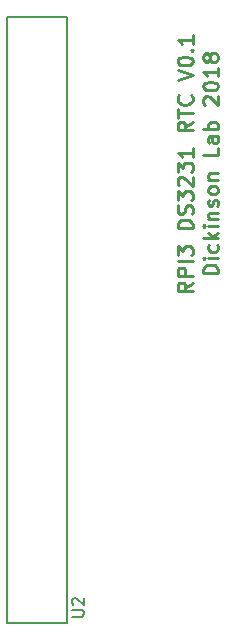
<source format=gbr>
G04 #@! TF.FileFunction,Legend,Top*
%FSLAX46Y46*%
G04 Gerber Fmt 4.6, Leading zero omitted, Abs format (unit mm)*
G04 Created by KiCad (PCBNEW 4.0.7-e2-6376~58~ubuntu16.04.1) date Mon Apr  2 14:55:01 2018*
%MOMM*%
%LPD*%
G01*
G04 APERTURE LIST*
%ADD10C,0.100000*%
%ADD11C,0.254000*%
%ADD12C,0.203200*%
%ADD13C,0.150000*%
G04 APERTURE END LIST*
D10*
D11*
X66805024Y-73569286D02*
X66200262Y-73992619D01*
X66805024Y-74295000D02*
X65535024Y-74295000D01*
X65535024Y-73811191D01*
X65595500Y-73690238D01*
X65655976Y-73629762D01*
X65776929Y-73569286D01*
X65958357Y-73569286D01*
X66079310Y-73629762D01*
X66139786Y-73690238D01*
X66200262Y-73811191D01*
X66200262Y-74295000D01*
X66805024Y-73025000D02*
X65535024Y-73025000D01*
X65535024Y-72541191D01*
X65595500Y-72420238D01*
X65655976Y-72359762D01*
X65776929Y-72299286D01*
X65958357Y-72299286D01*
X66079310Y-72359762D01*
X66139786Y-72420238D01*
X66200262Y-72541191D01*
X66200262Y-73025000D01*
X66805024Y-71755000D02*
X65535024Y-71755000D01*
X65535024Y-71271190D02*
X65535024Y-70485000D01*
X66018833Y-70908333D01*
X66018833Y-70726905D01*
X66079310Y-70605952D01*
X66139786Y-70545476D01*
X66260738Y-70485000D01*
X66563119Y-70485000D01*
X66684071Y-70545476D01*
X66744548Y-70605952D01*
X66805024Y-70726905D01*
X66805024Y-71089762D01*
X66744548Y-71210714D01*
X66684071Y-71271190D01*
X66805024Y-68973095D02*
X65535024Y-68973095D01*
X65535024Y-68670714D01*
X65595500Y-68489286D01*
X65716452Y-68368333D01*
X65837405Y-68307857D01*
X66079310Y-68247381D01*
X66260738Y-68247381D01*
X66502643Y-68307857D01*
X66623595Y-68368333D01*
X66744548Y-68489286D01*
X66805024Y-68670714D01*
X66805024Y-68973095D01*
X66744548Y-67763571D02*
X66805024Y-67582143D01*
X66805024Y-67279762D01*
X66744548Y-67158809D01*
X66684071Y-67098333D01*
X66563119Y-67037857D01*
X66442167Y-67037857D01*
X66321214Y-67098333D01*
X66260738Y-67158809D01*
X66200262Y-67279762D01*
X66139786Y-67521666D01*
X66079310Y-67642619D01*
X66018833Y-67703095D01*
X65897881Y-67763571D01*
X65776929Y-67763571D01*
X65655976Y-67703095D01*
X65595500Y-67642619D01*
X65535024Y-67521666D01*
X65535024Y-67219286D01*
X65595500Y-67037857D01*
X65535024Y-66614523D02*
X65535024Y-65828333D01*
X66018833Y-66251666D01*
X66018833Y-66070238D01*
X66079310Y-65949285D01*
X66139786Y-65888809D01*
X66260738Y-65828333D01*
X66563119Y-65828333D01*
X66684071Y-65888809D01*
X66744548Y-65949285D01*
X66805024Y-66070238D01*
X66805024Y-66433095D01*
X66744548Y-66554047D01*
X66684071Y-66614523D01*
X65655976Y-65344523D02*
X65595500Y-65284047D01*
X65535024Y-65163095D01*
X65535024Y-64860714D01*
X65595500Y-64739761D01*
X65655976Y-64679285D01*
X65776929Y-64618809D01*
X65897881Y-64618809D01*
X66079310Y-64679285D01*
X66805024Y-65404999D01*
X66805024Y-64618809D01*
X65535024Y-64195475D02*
X65535024Y-63409285D01*
X66018833Y-63832618D01*
X66018833Y-63651190D01*
X66079310Y-63530237D01*
X66139786Y-63469761D01*
X66260738Y-63409285D01*
X66563119Y-63409285D01*
X66684071Y-63469761D01*
X66744548Y-63530237D01*
X66805024Y-63651190D01*
X66805024Y-64014047D01*
X66744548Y-64134999D01*
X66684071Y-64195475D01*
X66805024Y-62199761D02*
X66805024Y-62925475D01*
X66805024Y-62562618D02*
X65535024Y-62562618D01*
X65716452Y-62683570D01*
X65837405Y-62804523D01*
X65897881Y-62925475D01*
X66805024Y-59962142D02*
X66200262Y-60385475D01*
X66805024Y-60687856D02*
X65535024Y-60687856D01*
X65535024Y-60204047D01*
X65595500Y-60083094D01*
X65655976Y-60022618D01*
X65776929Y-59962142D01*
X65958357Y-59962142D01*
X66079310Y-60022618D01*
X66139786Y-60083094D01*
X66200262Y-60204047D01*
X66200262Y-60687856D01*
X65535024Y-59599285D02*
X65535024Y-58873570D01*
X66805024Y-59236427D02*
X65535024Y-59236427D01*
X66684071Y-57724523D02*
X66744548Y-57784999D01*
X66805024Y-57966428D01*
X66805024Y-58087380D01*
X66744548Y-58268808D01*
X66623595Y-58389761D01*
X66502643Y-58450237D01*
X66260738Y-58510713D01*
X66079310Y-58510713D01*
X65837405Y-58450237D01*
X65716452Y-58389761D01*
X65595500Y-58268808D01*
X65535024Y-58087380D01*
X65535024Y-57966428D01*
X65595500Y-57784999D01*
X65655976Y-57724523D01*
X65535024Y-56394047D02*
X66805024Y-55970713D01*
X65535024Y-55547380D01*
X65535024Y-54882142D02*
X65535024Y-54761190D01*
X65595500Y-54640238D01*
X65655976Y-54579761D01*
X65776929Y-54519285D01*
X66018833Y-54458809D01*
X66321214Y-54458809D01*
X66563119Y-54519285D01*
X66684071Y-54579761D01*
X66744548Y-54640238D01*
X66805024Y-54761190D01*
X66805024Y-54882142D01*
X66744548Y-55003095D01*
X66684071Y-55063571D01*
X66563119Y-55124047D01*
X66321214Y-55184523D01*
X66018833Y-55184523D01*
X65776929Y-55124047D01*
X65655976Y-55063571D01*
X65595500Y-55003095D01*
X65535024Y-54882142D01*
X66684071Y-53914523D02*
X66744548Y-53854047D01*
X66805024Y-53914523D01*
X66744548Y-53974999D01*
X66684071Y-53914523D01*
X66805024Y-53914523D01*
X66805024Y-52644523D02*
X66805024Y-53370237D01*
X66805024Y-53007380D02*
X65535024Y-53007380D01*
X65716452Y-53128332D01*
X65837405Y-53249285D01*
X65897881Y-53370237D01*
X68964024Y-72783096D02*
X67694024Y-72783096D01*
X67694024Y-72480715D01*
X67754500Y-72299287D01*
X67875452Y-72178334D01*
X67996405Y-72117858D01*
X68238310Y-72057382D01*
X68419738Y-72057382D01*
X68661643Y-72117858D01*
X68782595Y-72178334D01*
X68903548Y-72299287D01*
X68964024Y-72480715D01*
X68964024Y-72783096D01*
X68964024Y-71513096D02*
X68117357Y-71513096D01*
X67694024Y-71513096D02*
X67754500Y-71573572D01*
X67814976Y-71513096D01*
X67754500Y-71452620D01*
X67694024Y-71513096D01*
X67814976Y-71513096D01*
X68903548Y-70364048D02*
X68964024Y-70485001D01*
X68964024Y-70726905D01*
X68903548Y-70847858D01*
X68843071Y-70908334D01*
X68722119Y-70968810D01*
X68359262Y-70968810D01*
X68238310Y-70908334D01*
X68177833Y-70847858D01*
X68117357Y-70726905D01*
X68117357Y-70485001D01*
X68177833Y-70364048D01*
X68964024Y-69819763D02*
X67694024Y-69819763D01*
X68480214Y-69698811D02*
X68964024Y-69335954D01*
X68117357Y-69335954D02*
X68601167Y-69819763D01*
X68964024Y-68791668D02*
X68117357Y-68791668D01*
X67694024Y-68791668D02*
X67754500Y-68852144D01*
X67814976Y-68791668D01*
X67754500Y-68731192D01*
X67694024Y-68791668D01*
X67814976Y-68791668D01*
X68117357Y-68186906D02*
X68964024Y-68186906D01*
X68238310Y-68186906D02*
X68177833Y-68126430D01*
X68117357Y-68005477D01*
X68117357Y-67824049D01*
X68177833Y-67703097D01*
X68298786Y-67642620D01*
X68964024Y-67642620D01*
X68903548Y-67098334D02*
X68964024Y-66977382D01*
X68964024Y-66735477D01*
X68903548Y-66614525D01*
X68782595Y-66554049D01*
X68722119Y-66554049D01*
X68601167Y-66614525D01*
X68540690Y-66735477D01*
X68540690Y-66916906D01*
X68480214Y-67037858D01*
X68359262Y-67098334D01*
X68298786Y-67098334D01*
X68177833Y-67037858D01*
X68117357Y-66916906D01*
X68117357Y-66735477D01*
X68177833Y-66614525D01*
X68964024Y-65828334D02*
X68903548Y-65949287D01*
X68843071Y-66009763D01*
X68722119Y-66070239D01*
X68359262Y-66070239D01*
X68238310Y-66009763D01*
X68177833Y-65949287D01*
X68117357Y-65828334D01*
X68117357Y-65646906D01*
X68177833Y-65525954D01*
X68238310Y-65465477D01*
X68359262Y-65405001D01*
X68722119Y-65405001D01*
X68843071Y-65465477D01*
X68903548Y-65525954D01*
X68964024Y-65646906D01*
X68964024Y-65828334D01*
X68117357Y-64860715D02*
X68964024Y-64860715D01*
X68238310Y-64860715D02*
X68177833Y-64800239D01*
X68117357Y-64679286D01*
X68117357Y-64497858D01*
X68177833Y-64376906D01*
X68298786Y-64316429D01*
X68964024Y-64316429D01*
X68964024Y-62139286D02*
X68964024Y-62744048D01*
X67694024Y-62744048D01*
X68964024Y-61171667D02*
X68298786Y-61171667D01*
X68177833Y-61232144D01*
X68117357Y-61353096D01*
X68117357Y-61595001D01*
X68177833Y-61715953D01*
X68903548Y-61171667D02*
X68964024Y-61292620D01*
X68964024Y-61595001D01*
X68903548Y-61715953D01*
X68782595Y-61776429D01*
X68661643Y-61776429D01*
X68540690Y-61715953D01*
X68480214Y-61595001D01*
X68480214Y-61292620D01*
X68419738Y-61171667D01*
X68964024Y-60566905D02*
X67694024Y-60566905D01*
X68177833Y-60566905D02*
X68117357Y-60445953D01*
X68117357Y-60204048D01*
X68177833Y-60083096D01*
X68238310Y-60022619D01*
X68359262Y-59962143D01*
X68722119Y-59962143D01*
X68843071Y-60022619D01*
X68903548Y-60083096D01*
X68964024Y-60204048D01*
X68964024Y-60445953D01*
X68903548Y-60566905D01*
X67814976Y-58510714D02*
X67754500Y-58450238D01*
X67694024Y-58329286D01*
X67694024Y-58026905D01*
X67754500Y-57905952D01*
X67814976Y-57845476D01*
X67935929Y-57785000D01*
X68056881Y-57785000D01*
X68238310Y-57845476D01*
X68964024Y-58571190D01*
X68964024Y-57785000D01*
X67694024Y-56998809D02*
X67694024Y-56877857D01*
X67754500Y-56756905D01*
X67814976Y-56696428D01*
X67935929Y-56635952D01*
X68177833Y-56575476D01*
X68480214Y-56575476D01*
X68722119Y-56635952D01*
X68843071Y-56696428D01*
X68903548Y-56756905D01*
X68964024Y-56877857D01*
X68964024Y-56998809D01*
X68903548Y-57119762D01*
X68843071Y-57180238D01*
X68722119Y-57240714D01*
X68480214Y-57301190D01*
X68177833Y-57301190D01*
X67935929Y-57240714D01*
X67814976Y-57180238D01*
X67754500Y-57119762D01*
X67694024Y-56998809D01*
X68964024Y-55365952D02*
X68964024Y-56091666D01*
X68964024Y-55728809D02*
X67694024Y-55728809D01*
X67875452Y-55849761D01*
X67996405Y-55970714D01*
X68056881Y-56091666D01*
X68238310Y-54640237D02*
X68177833Y-54761190D01*
X68117357Y-54821666D01*
X67996405Y-54882142D01*
X67935929Y-54882142D01*
X67814976Y-54821666D01*
X67754500Y-54761190D01*
X67694024Y-54640237D01*
X67694024Y-54398333D01*
X67754500Y-54277380D01*
X67814976Y-54216904D01*
X67935929Y-54156428D01*
X67996405Y-54156428D01*
X68117357Y-54216904D01*
X68177833Y-54277380D01*
X68238310Y-54398333D01*
X68238310Y-54640237D01*
X68298786Y-54761190D01*
X68359262Y-54821666D01*
X68480214Y-54882142D01*
X68722119Y-54882142D01*
X68843071Y-54821666D01*
X68903548Y-54761190D01*
X68964024Y-54640237D01*
X68964024Y-54398333D01*
X68903548Y-54277380D01*
X68843071Y-54216904D01*
X68722119Y-54156428D01*
X68480214Y-54156428D01*
X68359262Y-54216904D01*
X68298786Y-54277380D01*
X68238310Y-54398333D01*
D12*
X51054000Y-51054000D02*
X56134000Y-51054000D01*
X56134000Y-51054000D02*
X56134000Y-102362000D01*
X56134000Y-102362000D02*
X51054000Y-102362000D01*
X51054000Y-102362000D02*
X51054000Y-51054000D01*
D13*
X56602381Y-101853905D02*
X57411905Y-101853905D01*
X57507143Y-101806286D01*
X57554762Y-101758667D01*
X57602381Y-101663429D01*
X57602381Y-101472952D01*
X57554762Y-101377714D01*
X57507143Y-101330095D01*
X57411905Y-101282476D01*
X56602381Y-101282476D01*
X56697619Y-100853905D02*
X56650000Y-100806286D01*
X56602381Y-100711048D01*
X56602381Y-100472952D01*
X56650000Y-100377714D01*
X56697619Y-100330095D01*
X56792857Y-100282476D01*
X56888095Y-100282476D01*
X57030952Y-100330095D01*
X57602381Y-100901524D01*
X57602381Y-100282476D01*
M02*

</source>
